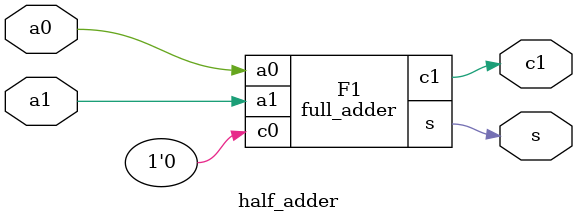
<source format=v>
module full_adder (
    input a0, a1,
    input c0,
    output s,
    output c1,
    );
    
    wire t1, t2, t3;
    
    assign s = (a0 ^ a1) ^ c0;
    
    assign t1 = a0 & c0;
    assign t2 = a1 & c0;
    assign t3 = a0 & a1;
    assign c1 = (t1 | t2) | t3;
    
endmodule


module half_adder (
    input a0, a1,
    output s,
    output c1,
    );
    
full_adder F1 (
    .a0(a0),
    .a1(a1),
    .c0(1'b0),
    .s(s),
    .c1(c1),
    );
    
endmodule
</source>
